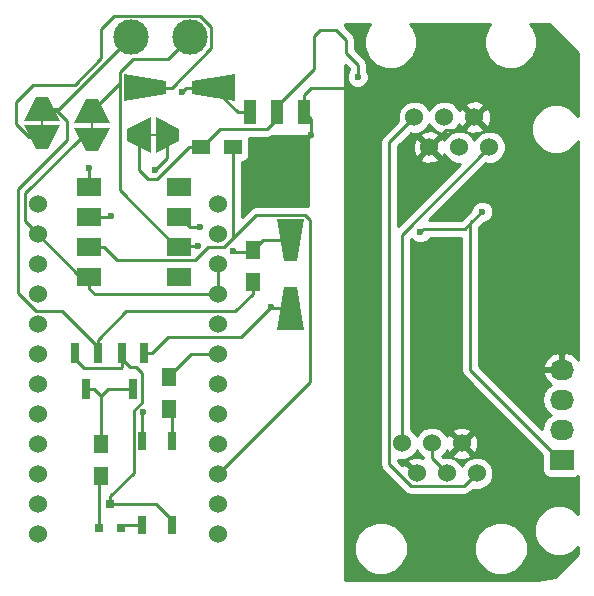
<source format=gbl>
G04 #@! TF.FileFunction,Copper,L2,Bot,Signal*
%FSLAX46Y46*%
G04 Gerber Fmt 4.6, Leading zero omitted, Abs format (unit mm)*
G04 Created by KiCad (PCBNEW (2015-08-02 BZR 6038)-product) date 2015 November 19, Thursday 21:17:08*
%MOMM*%
G01*
G04 APERTURE LIST*
%ADD10C,0.100000*%
%ADD11C,0.150000*%
%ADD12C,1.524000*%
%ADD13C,2.999740*%
%ADD14R,0.800100X0.800100*%
%ADD15R,1.300000X1.500000*%
%ADD16R,1.500000X1.300000*%
%ADD17R,2.032000X1.524000*%
%ADD18R,0.800100X1.800860*%
%ADD19R,2.032000X1.727200*%
%ADD20O,2.032000X1.727200*%
%ADD21R,0.800000X1.600000*%
%ADD22R,3.250000X2.150000*%
%ADD23R,1.000000X2.150000*%
%ADD24C,0.600000*%
%ADD25C,0.250000*%
%ADD26C,0.254000*%
G04 APERTURE END LIST*
D10*
D11*
X182000000Y-85700000D02*
X182000000Y-86350000D01*
X186200000Y-85900000D02*
X186200000Y-86550000D01*
X191700000Y-87000000D02*
X191050000Y-87000000D01*
D12*
X214988000Y-113110000D03*
X212448000Y-113110000D03*
X217528000Y-113110000D03*
X213718000Y-115650000D03*
X216258000Y-115650000D03*
X218798000Y-115650000D03*
X217310000Y-88040000D03*
X219850000Y-88040000D03*
X214770000Y-88040000D03*
X218580000Y-85500000D03*
X216040000Y-85500000D03*
X213500000Y-85500000D03*
D13*
X194500000Y-78750000D03*
X189501280Y-78750000D03*
D14*
X188700000Y-120250760D03*
X186800000Y-120250760D03*
X187750000Y-118251780D03*
D15*
X187000000Y-115850000D03*
X187000000Y-113150000D03*
X199850000Y-96750000D03*
X199850000Y-99450000D03*
X192750000Y-107500000D03*
X192750000Y-110200000D03*
D16*
X195450000Y-88000000D03*
X198150000Y-88000000D03*
D17*
X193610000Y-91390000D03*
X193610000Y-93930000D03*
X193610000Y-96470000D03*
X193610000Y-99010000D03*
X185990000Y-99010000D03*
X185990000Y-96470000D03*
X185990000Y-93930000D03*
X185990000Y-91390000D03*
D12*
X196870000Y-120820000D03*
X196870000Y-118280000D03*
X196870000Y-115740000D03*
X196870000Y-113200000D03*
X196870000Y-110660000D03*
X196870000Y-108120000D03*
X196870000Y-105580000D03*
X196870000Y-103040000D03*
X196870000Y-100500000D03*
X196870000Y-97960000D03*
X196870000Y-95420000D03*
X196870000Y-92880000D03*
X181630000Y-92880000D03*
X181630000Y-95420000D03*
X181630000Y-97960000D03*
X181630000Y-100500000D03*
X181630000Y-103040000D03*
X181630000Y-105580000D03*
X181630000Y-108120000D03*
X181630000Y-110660000D03*
X181630000Y-113200000D03*
X181630000Y-115740000D03*
X181630000Y-118280000D03*
X181630000Y-120820000D03*
D18*
X184800000Y-105498860D03*
X186700000Y-105498860D03*
X185750000Y-108501140D03*
X188750000Y-105500000D03*
X190650000Y-105500000D03*
X189700000Y-108502280D03*
D10*
G36*
X198301540Y-81850650D02*
X198301540Y-84149350D01*
X194699820Y-83549910D01*
X194699820Y-82450090D01*
X198301540Y-81850650D01*
X198301540Y-81850650D01*
G37*
G36*
X188898460Y-84149350D02*
X188898460Y-81850650D01*
X192500180Y-82450090D01*
X192500180Y-83549910D01*
X188898460Y-84149350D01*
X188898460Y-84149350D01*
G37*
G36*
X201850650Y-94098460D02*
X204149350Y-94098460D01*
X203549910Y-97700180D01*
X202450090Y-97700180D01*
X201850650Y-94098460D01*
X201850650Y-94098460D01*
G37*
G36*
X204149350Y-103501540D02*
X201850650Y-103501540D01*
X202450090Y-99899820D01*
X203549910Y-99899820D01*
X204149350Y-103501540D01*
X204149350Y-103501540D01*
G37*
G36*
X180500000Y-86200000D02*
X183500000Y-86200000D01*
X182500000Y-88200000D01*
X181500000Y-88200000D01*
X180500000Y-86200000D01*
X180500000Y-86200000D01*
G37*
G36*
X183500000Y-85800000D02*
X180500000Y-85800000D01*
X181500000Y-83800000D01*
X182500000Y-83800000D01*
X183500000Y-85800000D01*
X183500000Y-85800000D01*
G37*
G36*
X184700000Y-86400000D02*
X187700000Y-86400000D01*
X186700000Y-88400000D01*
X185700000Y-88400000D01*
X184700000Y-86400000D01*
X184700000Y-86400000D01*
G37*
G36*
X187700000Y-86000000D02*
X184700000Y-86000000D01*
X185700000Y-84000000D01*
X186700000Y-84000000D01*
X187700000Y-86000000D01*
X187700000Y-86000000D01*
G37*
G36*
X191200000Y-85500000D02*
X191200000Y-88500000D01*
X189200000Y-87500000D01*
X189200000Y-86500000D01*
X191200000Y-85500000D01*
X191200000Y-85500000D01*
G37*
G36*
X191600000Y-88500000D02*
X191600000Y-85500000D01*
X193600000Y-86500000D01*
X193600000Y-87500000D01*
X191600000Y-88500000D01*
X191600000Y-88500000D01*
G37*
D19*
X226000000Y-114500000D03*
D20*
X226000000Y-111960000D03*
X226000000Y-109420000D03*
X226000000Y-106880000D03*
D21*
X190480000Y-112950000D03*
X193020000Y-112950000D03*
X193020000Y-120050000D03*
X190480000Y-120050000D03*
D22*
X201900000Y-90900000D03*
D23*
X199600000Y-85100000D03*
X201900000Y-85100000D03*
X204200000Y-85100000D03*
D24*
X193850000Y-83350000D03*
X199250000Y-91750000D03*
X199500000Y-92500000D03*
X200500000Y-92750000D03*
X201500000Y-92750000D03*
X202500000Y-92750000D03*
X204250000Y-90750000D03*
X204250000Y-89750000D03*
X204000000Y-89000000D03*
X203000000Y-89000000D03*
X202000000Y-89000000D03*
X201000000Y-89000000D03*
X200000000Y-89000000D03*
X199250000Y-89750000D03*
X199250000Y-90750000D03*
X204800000Y-87000000D03*
X190500000Y-110500000D03*
X214000000Y-95250000D03*
X219250000Y-93500000D03*
X186000000Y-89800000D03*
X208700000Y-82100000D03*
X195200000Y-96400000D03*
X201400000Y-101600000D03*
X195400000Y-94800000D03*
X198150000Y-96800000D03*
X191549588Y-90016500D03*
X187800000Y-93850000D03*
D25*
X199600000Y-85100000D02*
X198600680Y-85100000D01*
X198600680Y-85100000D02*
X196500680Y-83000000D01*
X193850000Y-83350000D02*
X194200000Y-83000000D01*
X194200000Y-83000000D02*
X196500680Y-83000000D01*
X218580000Y-85500000D02*
X216130000Y-83050000D01*
X216130000Y-83050000D02*
X204800000Y-83050000D01*
X204800000Y-83050000D02*
X204200000Y-83650000D01*
X204200000Y-83650000D02*
X204200000Y-85100000D01*
X218580000Y-85500000D02*
X217492999Y-86587001D01*
X200500000Y-92750000D02*
X199750000Y-92750000D01*
X199750000Y-92750000D02*
X199500000Y-92500000D01*
X202500000Y-92750000D02*
X201500000Y-92750000D01*
X204250000Y-89750000D02*
X204250000Y-90750000D01*
X203000000Y-89000000D02*
X204000000Y-89000000D01*
X201000000Y-89000000D02*
X202000000Y-89000000D01*
X199250000Y-89750000D02*
X200000000Y-89000000D01*
X201900000Y-90900000D02*
X199400000Y-90900000D01*
X199400000Y-90900000D02*
X199250000Y-90750000D01*
X201900000Y-90900000D02*
X201900000Y-89900000D01*
X201900000Y-89900000D02*
X204800000Y-87000000D01*
X226000000Y-106880000D02*
X226152400Y-106880000D01*
X185990000Y-99010000D02*
X185990000Y-100022000D01*
X185990000Y-100022000D02*
X186468000Y-100500000D01*
X186468000Y-100500000D02*
X196870000Y-100500000D01*
X204800000Y-87000000D02*
X204800000Y-85700000D01*
X204800000Y-85700000D02*
X204200000Y-85100000D01*
X196870000Y-100500000D02*
X196870000Y-97960000D01*
X181630000Y-95420000D02*
X180542999Y-94332999D01*
X180542999Y-94332999D02*
X180542999Y-91957001D01*
X180542999Y-91957001D02*
X185100000Y-87400000D01*
X185100000Y-87400000D02*
X186200000Y-87400000D01*
X185990000Y-99010000D02*
X185220000Y-99010000D01*
X185220000Y-99010000D02*
X181630000Y-95420000D01*
X190480000Y-112950000D02*
X190480000Y-110520000D01*
X190480000Y-110520000D02*
X190500000Y-110500000D01*
X217492999Y-86587001D02*
X216222999Y-86587001D01*
X216222999Y-86587001D02*
X214770000Y-88040000D01*
X190699320Y-83000000D02*
X192950810Y-83000000D01*
X179750000Y-84250000D02*
X179750000Y-86050000D01*
X192950810Y-83000000D02*
X196324871Y-79625939D01*
X196324871Y-79625939D02*
X196324871Y-77874061D01*
X196324871Y-77874061D02*
X195375939Y-76925129D01*
X179750000Y-86050000D02*
X180900000Y-87200000D01*
X195375939Y-76925129D02*
X188074871Y-76925129D01*
X184750000Y-82750000D02*
X181250000Y-82750000D01*
X188074871Y-76925129D02*
X187000000Y-78000000D01*
X187000000Y-78000000D02*
X187000000Y-80500000D01*
X187000000Y-80500000D02*
X184750000Y-82750000D01*
X181250000Y-82750000D02*
X179750000Y-84250000D01*
X180900000Y-87200000D02*
X182000000Y-87200000D01*
X218250000Y-94500000D02*
X218336166Y-94413834D01*
X218336166Y-94413834D02*
X219250000Y-93500000D01*
X214000000Y-95250000D02*
X214299999Y-94950001D01*
X217799999Y-94950001D02*
X218336166Y-94413834D01*
X214299999Y-94950001D02*
X217799999Y-94950001D01*
X218250000Y-106902400D02*
X218250000Y-94500000D01*
X191000000Y-90750000D02*
X190200000Y-89950000D01*
X190200000Y-89950000D02*
X190200000Y-87000000D01*
X191700000Y-90750000D02*
X191000000Y-90750000D01*
X195450000Y-88000000D02*
X194450000Y-88000000D01*
X194450000Y-88000000D02*
X191700000Y-90750000D01*
X205050000Y-81400000D02*
X205050000Y-78650000D01*
X203400000Y-83050000D02*
X205050000Y-81400000D01*
X203375000Y-83050000D02*
X203400000Y-83050000D01*
X201900000Y-85100000D02*
X201900000Y-84525000D01*
X201900000Y-84525000D02*
X203375000Y-83050000D01*
X195450000Y-88000000D02*
X195550000Y-88000000D01*
X195550000Y-88000000D02*
X197049999Y-86500001D01*
X197049999Y-86500001D02*
X201074999Y-86500001D01*
X201074999Y-86500001D02*
X201900000Y-85675000D01*
X201900000Y-85675000D02*
X201900000Y-85100000D01*
X185990000Y-91390000D02*
X185990000Y-89810000D01*
X185990000Y-89810000D02*
X186000000Y-89800000D01*
X218250000Y-106902400D02*
X225847600Y-114500000D01*
X225847600Y-114500000D02*
X226000000Y-114500000D01*
X205550000Y-78150000D02*
X206900000Y-78150000D01*
X205050000Y-78650000D02*
X205550000Y-78150000D01*
X207700000Y-80050000D02*
X207700000Y-78950000D01*
X206900000Y-78150000D02*
X207700000Y-78950000D01*
X208700000Y-81050000D02*
X207700000Y-80050000D01*
X208700000Y-82100000D02*
X208700000Y-81050000D01*
X218798000Y-115650000D02*
X217710999Y-116737001D01*
X211360999Y-87639001D02*
X213500000Y-85500000D01*
X217710999Y-116737001D02*
X213196239Y-116737001D01*
X213196239Y-116737001D02*
X211360999Y-114901761D01*
X211360999Y-114901761D02*
X211360999Y-87639001D01*
X190650000Y-105500000D02*
X191300050Y-105500000D01*
X191300050Y-105500000D02*
X192673049Y-104127001D01*
X192673049Y-104127001D02*
X198872999Y-104127001D01*
X198872999Y-104127001D02*
X201400000Y-101600000D01*
X195200000Y-96400000D02*
X193680000Y-96400000D01*
X193680000Y-96400000D02*
X193610000Y-96470000D01*
X203000000Y-101700680D02*
X201500680Y-101700680D01*
X201500680Y-101700680D02*
X201400000Y-101600000D01*
X186200000Y-85000000D02*
X188573450Y-82626550D01*
X188573450Y-82626550D02*
X188573450Y-81716024D01*
X193610000Y-96470000D02*
X193356000Y-96470000D01*
X193356000Y-96470000D02*
X188573450Y-91687450D01*
X188573450Y-91687450D02*
X188573450Y-81716024D01*
X188573450Y-81716024D02*
X189714603Y-80574871D01*
X189714603Y-80574871D02*
X192675129Y-80574871D01*
X192675129Y-80574871D02*
X194500000Y-78750000D01*
X212448000Y-113110000D02*
X212448000Y-95442000D01*
X212448000Y-95442000D02*
X219850000Y-88040000D01*
X199850000Y-99450000D02*
X199850000Y-100450000D01*
X199850000Y-100450000D02*
X198347001Y-101952999D01*
X189095431Y-101952999D02*
X186700000Y-104348430D01*
X198347001Y-101952999D02*
X189095431Y-101952999D01*
X179950000Y-91550000D02*
X179950000Y-100428762D01*
X179950000Y-100428762D02*
X181474237Y-101952999D01*
X181474237Y-101952999D02*
X183654519Y-101952999D01*
X183654519Y-101952999D02*
X186700000Y-104998480D01*
X186700000Y-104998480D02*
X186700000Y-105498860D01*
X184100000Y-87400000D02*
X179950000Y-91550000D01*
X184100000Y-85800000D02*
X184100000Y-87400000D01*
X182000000Y-84800000D02*
X183100000Y-84800000D01*
X183100000Y-84800000D02*
X184100000Y-85800000D01*
X186700000Y-105498860D02*
X186700000Y-104348430D01*
X189501280Y-78750000D02*
X183451280Y-84800000D01*
X183451280Y-84800000D02*
X182000000Y-84800000D01*
X190480000Y-120050000D02*
X188900760Y-120050000D01*
X188900760Y-120050000D02*
X188700000Y-120250760D01*
X186800000Y-120250760D02*
X186800000Y-116050000D01*
X186800000Y-116050000D02*
X187000000Y-115850000D01*
X188750000Y-105500000D02*
X188750000Y-106650430D01*
X188750000Y-106650430D02*
X188676139Y-106724291D01*
X188676139Y-106724291D02*
X185525051Y-106724291D01*
X185525051Y-106724291D02*
X184800000Y-105999240D01*
X184800000Y-105999240D02*
X184800000Y-105498860D01*
X187750000Y-118251780D02*
X187750000Y-117601730D01*
X187750000Y-117601730D02*
X189754999Y-115596731D01*
X189754999Y-115596731D02*
X189754999Y-110332763D01*
X189754999Y-110332763D02*
X190425051Y-109662711D01*
X189900430Y-106650430D02*
X189400050Y-106650430D01*
X190425051Y-109662711D02*
X190425051Y-107175051D01*
X190425051Y-107175051D02*
X189900430Y-106650430D01*
X189400050Y-106650430D02*
X188750000Y-106000380D01*
X188750000Y-106000380D02*
X188750000Y-105500000D01*
X193020000Y-120050000D02*
X193020000Y-119650000D01*
X193020000Y-119650000D02*
X191621780Y-118251780D01*
X191621780Y-118251780D02*
X187750000Y-118251780D01*
X189700000Y-108502280D02*
X187598810Y-108502280D01*
X187598810Y-108502280D02*
X187000000Y-109101090D01*
X187000000Y-113150000D02*
X187000000Y-109101090D01*
X187000000Y-109101090D02*
X186400050Y-108501140D01*
X186400050Y-108501140D02*
X185750000Y-108501140D01*
X195400000Y-94800000D02*
X194480000Y-94800000D01*
X194480000Y-94800000D02*
X193610000Y-93930000D01*
X199800000Y-96900000D02*
X198250000Y-96900000D01*
X198250000Y-96900000D02*
X198150000Y-96800000D01*
X203000000Y-95899320D02*
X200700680Y-95899320D01*
X200700680Y-95899320D02*
X199800000Y-96800000D01*
X199800000Y-96800000D02*
X199800000Y-96900000D01*
X193020000Y-112950000D02*
X193020000Y-110470000D01*
X193020000Y-110470000D02*
X192750000Y-110200000D01*
X197391761Y-96507001D02*
X198065601Y-95833161D01*
X204700000Y-107910000D02*
X204700000Y-94189474D01*
X204283976Y-93773450D02*
X200125312Y-93773450D01*
X198065601Y-95833161D02*
X198150000Y-95748762D01*
X204700000Y-94189474D02*
X204283976Y-93773450D01*
X200125312Y-93773450D02*
X198065601Y-95833161D01*
X196870000Y-115740000D02*
X204700000Y-107910000D01*
X196018001Y-96507001D02*
X197391761Y-96507001D01*
X194968001Y-97557001D02*
X196018001Y-96507001D01*
X188343001Y-97557001D02*
X194968001Y-97557001D01*
X187256000Y-96470000D02*
X188343001Y-97557001D01*
X185990000Y-96470000D02*
X187256000Y-96470000D01*
X198150000Y-95748762D02*
X198150000Y-88000000D01*
X192600000Y-88966088D02*
X191549588Y-90016500D01*
X192600000Y-87000000D02*
X192600000Y-88966088D01*
X185990000Y-93930000D02*
X187720000Y-93930000D01*
X187720000Y-93930000D02*
X187800000Y-93850000D01*
X216258000Y-115650000D02*
X214988000Y-114380000D01*
X214988000Y-114380000D02*
X214988000Y-113110000D01*
X196870000Y-105580000D02*
X194570000Y-105580000D01*
X194570000Y-105580000D02*
X192750000Y-107400000D01*
X192750000Y-107400000D02*
X192750000Y-107500000D01*
D26*
G36*
X209553182Y-77868141D02*
X209208393Y-78698486D01*
X209207609Y-79597570D01*
X209550948Y-80428515D01*
X210186141Y-81064818D01*
X211016486Y-81409607D01*
X211915570Y-81410391D01*
X212746515Y-81067052D01*
X213382818Y-80431859D01*
X213727607Y-79601514D01*
X213728391Y-78702430D01*
X213385052Y-77871485D01*
X213140993Y-77627000D01*
X219954744Y-77627000D01*
X219713182Y-77868141D01*
X219368393Y-78698486D01*
X219367609Y-79597570D01*
X219710948Y-80428515D01*
X220346141Y-81064818D01*
X221176486Y-81409607D01*
X222075570Y-81410391D01*
X222906515Y-81067052D01*
X223542818Y-80431859D01*
X223887607Y-79601514D01*
X223888391Y-78702430D01*
X223545052Y-77871485D01*
X223300993Y-77627000D01*
X224947394Y-77627000D01*
X227373000Y-80052606D01*
X227373000Y-85442203D01*
X227311020Y-85292200D01*
X226710959Y-84691091D01*
X225926541Y-84365372D01*
X225077185Y-84364630D01*
X224292200Y-84688980D01*
X223691091Y-85289041D01*
X223365372Y-86073459D01*
X223364630Y-86922815D01*
X223688980Y-87707800D01*
X224289041Y-88308909D01*
X225073459Y-88634628D01*
X225922815Y-88635370D01*
X226707800Y-88311020D01*
X227308909Y-87710959D01*
X227373000Y-87556611D01*
X227373000Y-106024191D01*
X227350732Y-105977964D01*
X226914320Y-105588046D01*
X226361913Y-105394816D01*
X226127000Y-105539076D01*
X226127000Y-106753000D01*
X226147000Y-106753000D01*
X226147000Y-107007000D01*
X226127000Y-107007000D01*
X226127000Y-107027000D01*
X225873000Y-107027000D01*
X225873000Y-107007000D01*
X224513783Y-107007000D01*
X224392642Y-107239026D01*
X224395291Y-107254791D01*
X224649268Y-107782036D01*
X225065069Y-108153539D01*
X224755585Y-108360330D01*
X224430729Y-108846511D01*
X224316655Y-109420000D01*
X224430729Y-109993489D01*
X224755585Y-110479670D01*
X225070366Y-110690000D01*
X224755585Y-110900330D01*
X224430729Y-111386511D01*
X224327563Y-111905161D01*
X219010000Y-106587598D01*
X219010000Y-106520974D01*
X224392642Y-106520974D01*
X224513783Y-106753000D01*
X225873000Y-106753000D01*
X225873000Y-105539076D01*
X225638087Y-105394816D01*
X225085680Y-105588046D01*
X224649268Y-105977964D01*
X224395291Y-106505209D01*
X224392642Y-106520974D01*
X219010000Y-106520974D01*
X219010000Y-94814802D01*
X219389680Y-94435122D01*
X219435167Y-94435162D01*
X219778943Y-94293117D01*
X220042192Y-94030327D01*
X220184838Y-93686799D01*
X220185162Y-93314833D01*
X220043117Y-92971057D01*
X219780327Y-92707808D01*
X219436799Y-92565162D01*
X219064833Y-92564838D01*
X218721057Y-92706883D01*
X218457808Y-92969673D01*
X218315162Y-93313201D01*
X218315121Y-93360077D01*
X217485197Y-94190001D01*
X214774801Y-94190001D01*
X219540619Y-89424183D01*
X219570900Y-89436757D01*
X220126661Y-89437242D01*
X220640303Y-89225010D01*
X221033629Y-88832370D01*
X221246757Y-88319100D01*
X221247242Y-87763339D01*
X221035010Y-87249697D01*
X220642370Y-86856371D01*
X220129100Y-86643243D01*
X219573339Y-86642758D01*
X219059697Y-86854990D01*
X218666371Y-87247630D01*
X218580051Y-87455512D01*
X218495010Y-87249697D01*
X218102370Y-86856371D01*
X217589100Y-86643243D01*
X217033339Y-86642758D01*
X216519697Y-86854990D01*
X216126371Y-87247630D01*
X216046605Y-87439727D01*
X215992397Y-87308857D01*
X215750213Y-87239392D01*
X214949605Y-88040000D01*
X215750213Y-88840608D01*
X215992397Y-88771143D01*
X216042509Y-88630682D01*
X216124990Y-88830303D01*
X216517630Y-89223629D01*
X217030900Y-89436757D01*
X217378138Y-89437060D01*
X212120999Y-94694199D01*
X212120999Y-89020213D01*
X213969392Y-89020213D01*
X214038857Y-89262397D01*
X214562302Y-89449144D01*
X215117368Y-89421362D01*
X215501143Y-89262397D01*
X215570608Y-89020213D01*
X214770000Y-88219605D01*
X213969392Y-89020213D01*
X212120999Y-89020213D01*
X212120999Y-87953803D01*
X212242500Y-87832302D01*
X213360856Y-87832302D01*
X213388638Y-88387368D01*
X213547603Y-88771143D01*
X213789787Y-88840608D01*
X214590395Y-88040000D01*
X213789787Y-87239392D01*
X213547603Y-87308857D01*
X213360856Y-87832302D01*
X212242500Y-87832302D01*
X213015015Y-87059787D01*
X213969392Y-87059787D01*
X214770000Y-87860395D01*
X215570608Y-87059787D01*
X215501143Y-86817603D01*
X214977698Y-86630856D01*
X214422632Y-86658638D01*
X214038857Y-86817603D01*
X213969392Y-87059787D01*
X213015015Y-87059787D01*
X213190619Y-86884183D01*
X213220900Y-86896757D01*
X213776661Y-86897242D01*
X214290303Y-86685010D01*
X214683629Y-86292370D01*
X214769949Y-86084488D01*
X214854990Y-86290303D01*
X215247630Y-86683629D01*
X215760900Y-86896757D01*
X216316661Y-86897242D01*
X216830303Y-86685010D01*
X217035457Y-86480213D01*
X217779392Y-86480213D01*
X217848857Y-86722397D01*
X218372302Y-86909144D01*
X218927368Y-86881362D01*
X219311143Y-86722397D01*
X219380608Y-86480213D01*
X218580000Y-85679605D01*
X217779392Y-86480213D01*
X217035457Y-86480213D01*
X217223629Y-86292370D01*
X217303395Y-86100273D01*
X217357603Y-86231143D01*
X217599787Y-86300608D01*
X218400395Y-85500000D01*
X218759605Y-85500000D01*
X219560213Y-86300608D01*
X219802397Y-86231143D01*
X219989144Y-85707698D01*
X219961362Y-85152632D01*
X219802397Y-84768857D01*
X219560213Y-84699392D01*
X218759605Y-85500000D01*
X218400395Y-85500000D01*
X217599787Y-84699392D01*
X217357603Y-84768857D01*
X217307491Y-84909318D01*
X217225010Y-84709697D01*
X217035432Y-84519787D01*
X217779392Y-84519787D01*
X218580000Y-85320395D01*
X219380608Y-84519787D01*
X219311143Y-84277603D01*
X218787698Y-84090856D01*
X218232632Y-84118638D01*
X217848857Y-84277603D01*
X217779392Y-84519787D01*
X217035432Y-84519787D01*
X216832370Y-84316371D01*
X216319100Y-84103243D01*
X215763339Y-84102758D01*
X215249697Y-84314990D01*
X214856371Y-84707630D01*
X214770051Y-84915512D01*
X214685010Y-84709697D01*
X214292370Y-84316371D01*
X213779100Y-84103243D01*
X213223339Y-84102758D01*
X212709697Y-84314990D01*
X212316371Y-84707630D01*
X212103243Y-85220900D01*
X212102758Y-85776661D01*
X212116143Y-85809055D01*
X210823598Y-87101600D01*
X210658851Y-87348162D01*
X210600999Y-87639001D01*
X210600999Y-114901761D01*
X210658851Y-115192600D01*
X210823598Y-115439162D01*
X212658838Y-117274402D01*
X212905399Y-117439149D01*
X213196239Y-117497001D01*
X217710999Y-117497001D01*
X218001838Y-117439149D01*
X218248400Y-117274402D01*
X218488619Y-117034183D01*
X218518900Y-117046757D01*
X219074661Y-117047242D01*
X219588303Y-116835010D01*
X219981629Y-116442370D01*
X220194757Y-115929100D01*
X220195242Y-115373339D01*
X219983010Y-114859697D01*
X219590370Y-114466371D01*
X219077100Y-114253243D01*
X218521339Y-114252758D01*
X218007697Y-114464990D01*
X217614371Y-114857630D01*
X217528051Y-115065512D01*
X217443010Y-114859697D01*
X217050370Y-114466371D01*
X216537100Y-114253243D01*
X215981339Y-114252758D01*
X215948945Y-114266143D01*
X215878145Y-114195343D01*
X215983458Y-114090213D01*
X216727392Y-114090213D01*
X216796857Y-114332397D01*
X217320302Y-114519144D01*
X217875368Y-114491362D01*
X218259143Y-114332397D01*
X218328608Y-114090213D01*
X217528000Y-113289605D01*
X216727392Y-114090213D01*
X215983458Y-114090213D01*
X216171629Y-113902370D01*
X216251395Y-113710273D01*
X216305603Y-113841143D01*
X216547787Y-113910608D01*
X217348395Y-113110000D01*
X217707605Y-113110000D01*
X218508213Y-113910608D01*
X218750397Y-113841143D01*
X218937144Y-113317698D01*
X218909362Y-112762632D01*
X218750397Y-112378857D01*
X218508213Y-112309392D01*
X217707605Y-113110000D01*
X217348395Y-113110000D01*
X216547787Y-112309392D01*
X216305603Y-112378857D01*
X216255491Y-112519318D01*
X216173010Y-112319697D01*
X215983432Y-112129787D01*
X216727392Y-112129787D01*
X217528000Y-112930395D01*
X218328608Y-112129787D01*
X218259143Y-111887603D01*
X217735698Y-111700856D01*
X217180632Y-111728638D01*
X216796857Y-111887603D01*
X216727392Y-112129787D01*
X215983432Y-112129787D01*
X215780370Y-111926371D01*
X215267100Y-111713243D01*
X214711339Y-111712758D01*
X214197697Y-111924990D01*
X213804371Y-112317630D01*
X213718051Y-112525512D01*
X213633010Y-112319697D01*
X213240370Y-111926371D01*
X213208000Y-111912930D01*
X213208000Y-95780062D01*
X213469673Y-96042192D01*
X213813201Y-96184838D01*
X214185167Y-96185162D01*
X214528943Y-96043117D01*
X214792192Y-95780327D01*
X214821394Y-95710001D01*
X217490000Y-95710001D01*
X217490000Y-106902400D01*
X217547852Y-107193239D01*
X217712599Y-107439801D01*
X224336560Y-114063762D01*
X224336560Y-115363600D01*
X224380838Y-115598917D01*
X224519910Y-115815041D01*
X224732110Y-115960031D01*
X224984000Y-116011040D01*
X227016000Y-116011040D01*
X227251317Y-115966762D01*
X227373000Y-115888461D01*
X227373000Y-119103852D01*
X226960959Y-118691091D01*
X226176541Y-118365372D01*
X225327185Y-118364630D01*
X224542200Y-118688980D01*
X223941091Y-119289041D01*
X223615372Y-120073459D01*
X223614630Y-120922815D01*
X223938980Y-121707800D01*
X224539041Y-122308909D01*
X225323459Y-122634628D01*
X226172815Y-122635370D01*
X226957800Y-122311020D01*
X227373000Y-121896544D01*
X227373000Y-122447394D01*
X225396619Y-124423775D01*
X223932533Y-124715000D01*
X207667466Y-124715000D01*
X207627000Y-124706951D01*
X207627000Y-122447570D01*
X208409609Y-122447570D01*
X208752948Y-123278515D01*
X209388141Y-123914818D01*
X210218486Y-124259607D01*
X211117570Y-124260391D01*
X211948515Y-123917052D01*
X212584818Y-123281859D01*
X212929607Y-122451514D01*
X212929610Y-122447570D01*
X218569609Y-122447570D01*
X218912948Y-123278515D01*
X219548141Y-123914818D01*
X220378486Y-124259607D01*
X221277570Y-124260391D01*
X222108515Y-123917052D01*
X222744818Y-123281859D01*
X223089607Y-122451514D01*
X223090391Y-121552430D01*
X222747052Y-120721485D01*
X222111859Y-120085182D01*
X221281514Y-119740393D01*
X220382430Y-119739609D01*
X219551485Y-120082948D01*
X218915182Y-120718141D01*
X218570393Y-121548486D01*
X218569609Y-122447570D01*
X212929610Y-122447570D01*
X212930391Y-121552430D01*
X212587052Y-120721485D01*
X211951859Y-120085182D01*
X211121514Y-119740393D01*
X210222430Y-119739609D01*
X209391485Y-120082948D01*
X208755182Y-120718141D01*
X208410393Y-121548486D01*
X208409609Y-122447570D01*
X207627000Y-122447570D01*
X207627000Y-81051802D01*
X207940000Y-81364802D01*
X207940000Y-81537537D01*
X207907808Y-81569673D01*
X207765162Y-81913201D01*
X207764838Y-82285167D01*
X207906883Y-82628943D01*
X208169673Y-82892192D01*
X208513201Y-83034838D01*
X208885167Y-83035162D01*
X209228943Y-82893117D01*
X209492192Y-82630327D01*
X209634838Y-82286799D01*
X209635162Y-81914833D01*
X209493117Y-81571057D01*
X209460000Y-81537882D01*
X209460000Y-81050000D01*
X209402148Y-80759161D01*
X209237401Y-80512599D01*
X208460000Y-79735198D01*
X208460000Y-78950000D01*
X208402148Y-78659161D01*
X208237401Y-78412599D01*
X207627000Y-77802198D01*
X207627000Y-77627000D01*
X209794744Y-77627000D01*
X209553182Y-77868141D01*
X209553182Y-77868141D01*
G37*
X209553182Y-77868141D02*
X209208393Y-78698486D01*
X209207609Y-79597570D01*
X209550948Y-80428515D01*
X210186141Y-81064818D01*
X211016486Y-81409607D01*
X211915570Y-81410391D01*
X212746515Y-81067052D01*
X213382818Y-80431859D01*
X213727607Y-79601514D01*
X213728391Y-78702430D01*
X213385052Y-77871485D01*
X213140993Y-77627000D01*
X219954744Y-77627000D01*
X219713182Y-77868141D01*
X219368393Y-78698486D01*
X219367609Y-79597570D01*
X219710948Y-80428515D01*
X220346141Y-81064818D01*
X221176486Y-81409607D01*
X222075570Y-81410391D01*
X222906515Y-81067052D01*
X223542818Y-80431859D01*
X223887607Y-79601514D01*
X223888391Y-78702430D01*
X223545052Y-77871485D01*
X223300993Y-77627000D01*
X224947394Y-77627000D01*
X227373000Y-80052606D01*
X227373000Y-85442203D01*
X227311020Y-85292200D01*
X226710959Y-84691091D01*
X225926541Y-84365372D01*
X225077185Y-84364630D01*
X224292200Y-84688980D01*
X223691091Y-85289041D01*
X223365372Y-86073459D01*
X223364630Y-86922815D01*
X223688980Y-87707800D01*
X224289041Y-88308909D01*
X225073459Y-88634628D01*
X225922815Y-88635370D01*
X226707800Y-88311020D01*
X227308909Y-87710959D01*
X227373000Y-87556611D01*
X227373000Y-106024191D01*
X227350732Y-105977964D01*
X226914320Y-105588046D01*
X226361913Y-105394816D01*
X226127000Y-105539076D01*
X226127000Y-106753000D01*
X226147000Y-106753000D01*
X226147000Y-107007000D01*
X226127000Y-107007000D01*
X226127000Y-107027000D01*
X225873000Y-107027000D01*
X225873000Y-107007000D01*
X224513783Y-107007000D01*
X224392642Y-107239026D01*
X224395291Y-107254791D01*
X224649268Y-107782036D01*
X225065069Y-108153539D01*
X224755585Y-108360330D01*
X224430729Y-108846511D01*
X224316655Y-109420000D01*
X224430729Y-109993489D01*
X224755585Y-110479670D01*
X225070366Y-110690000D01*
X224755585Y-110900330D01*
X224430729Y-111386511D01*
X224327563Y-111905161D01*
X219010000Y-106587598D01*
X219010000Y-106520974D01*
X224392642Y-106520974D01*
X224513783Y-106753000D01*
X225873000Y-106753000D01*
X225873000Y-105539076D01*
X225638087Y-105394816D01*
X225085680Y-105588046D01*
X224649268Y-105977964D01*
X224395291Y-106505209D01*
X224392642Y-106520974D01*
X219010000Y-106520974D01*
X219010000Y-94814802D01*
X219389680Y-94435122D01*
X219435167Y-94435162D01*
X219778943Y-94293117D01*
X220042192Y-94030327D01*
X220184838Y-93686799D01*
X220185162Y-93314833D01*
X220043117Y-92971057D01*
X219780327Y-92707808D01*
X219436799Y-92565162D01*
X219064833Y-92564838D01*
X218721057Y-92706883D01*
X218457808Y-92969673D01*
X218315162Y-93313201D01*
X218315121Y-93360077D01*
X217485197Y-94190001D01*
X214774801Y-94190001D01*
X219540619Y-89424183D01*
X219570900Y-89436757D01*
X220126661Y-89437242D01*
X220640303Y-89225010D01*
X221033629Y-88832370D01*
X221246757Y-88319100D01*
X221247242Y-87763339D01*
X221035010Y-87249697D01*
X220642370Y-86856371D01*
X220129100Y-86643243D01*
X219573339Y-86642758D01*
X219059697Y-86854990D01*
X218666371Y-87247630D01*
X218580051Y-87455512D01*
X218495010Y-87249697D01*
X218102370Y-86856371D01*
X217589100Y-86643243D01*
X217033339Y-86642758D01*
X216519697Y-86854990D01*
X216126371Y-87247630D01*
X216046605Y-87439727D01*
X215992397Y-87308857D01*
X215750213Y-87239392D01*
X214949605Y-88040000D01*
X215750213Y-88840608D01*
X215992397Y-88771143D01*
X216042509Y-88630682D01*
X216124990Y-88830303D01*
X216517630Y-89223629D01*
X217030900Y-89436757D01*
X217378138Y-89437060D01*
X212120999Y-94694199D01*
X212120999Y-89020213D01*
X213969392Y-89020213D01*
X214038857Y-89262397D01*
X214562302Y-89449144D01*
X215117368Y-89421362D01*
X215501143Y-89262397D01*
X215570608Y-89020213D01*
X214770000Y-88219605D01*
X213969392Y-89020213D01*
X212120999Y-89020213D01*
X212120999Y-87953803D01*
X212242500Y-87832302D01*
X213360856Y-87832302D01*
X213388638Y-88387368D01*
X213547603Y-88771143D01*
X213789787Y-88840608D01*
X214590395Y-88040000D01*
X213789787Y-87239392D01*
X213547603Y-87308857D01*
X213360856Y-87832302D01*
X212242500Y-87832302D01*
X213015015Y-87059787D01*
X213969392Y-87059787D01*
X214770000Y-87860395D01*
X215570608Y-87059787D01*
X215501143Y-86817603D01*
X214977698Y-86630856D01*
X214422632Y-86658638D01*
X214038857Y-86817603D01*
X213969392Y-87059787D01*
X213015015Y-87059787D01*
X213190619Y-86884183D01*
X213220900Y-86896757D01*
X213776661Y-86897242D01*
X214290303Y-86685010D01*
X214683629Y-86292370D01*
X214769949Y-86084488D01*
X214854990Y-86290303D01*
X215247630Y-86683629D01*
X215760900Y-86896757D01*
X216316661Y-86897242D01*
X216830303Y-86685010D01*
X217035457Y-86480213D01*
X217779392Y-86480213D01*
X217848857Y-86722397D01*
X218372302Y-86909144D01*
X218927368Y-86881362D01*
X219311143Y-86722397D01*
X219380608Y-86480213D01*
X218580000Y-85679605D01*
X217779392Y-86480213D01*
X217035457Y-86480213D01*
X217223629Y-86292370D01*
X217303395Y-86100273D01*
X217357603Y-86231143D01*
X217599787Y-86300608D01*
X218400395Y-85500000D01*
X218759605Y-85500000D01*
X219560213Y-86300608D01*
X219802397Y-86231143D01*
X219989144Y-85707698D01*
X219961362Y-85152632D01*
X219802397Y-84768857D01*
X219560213Y-84699392D01*
X218759605Y-85500000D01*
X218400395Y-85500000D01*
X217599787Y-84699392D01*
X217357603Y-84768857D01*
X217307491Y-84909318D01*
X217225010Y-84709697D01*
X217035432Y-84519787D01*
X217779392Y-84519787D01*
X218580000Y-85320395D01*
X219380608Y-84519787D01*
X219311143Y-84277603D01*
X218787698Y-84090856D01*
X218232632Y-84118638D01*
X217848857Y-84277603D01*
X217779392Y-84519787D01*
X217035432Y-84519787D01*
X216832370Y-84316371D01*
X216319100Y-84103243D01*
X215763339Y-84102758D01*
X215249697Y-84314990D01*
X214856371Y-84707630D01*
X214770051Y-84915512D01*
X214685010Y-84709697D01*
X214292370Y-84316371D01*
X213779100Y-84103243D01*
X213223339Y-84102758D01*
X212709697Y-84314990D01*
X212316371Y-84707630D01*
X212103243Y-85220900D01*
X212102758Y-85776661D01*
X212116143Y-85809055D01*
X210823598Y-87101600D01*
X210658851Y-87348162D01*
X210600999Y-87639001D01*
X210600999Y-114901761D01*
X210658851Y-115192600D01*
X210823598Y-115439162D01*
X212658838Y-117274402D01*
X212905399Y-117439149D01*
X213196239Y-117497001D01*
X217710999Y-117497001D01*
X218001838Y-117439149D01*
X218248400Y-117274402D01*
X218488619Y-117034183D01*
X218518900Y-117046757D01*
X219074661Y-117047242D01*
X219588303Y-116835010D01*
X219981629Y-116442370D01*
X220194757Y-115929100D01*
X220195242Y-115373339D01*
X219983010Y-114859697D01*
X219590370Y-114466371D01*
X219077100Y-114253243D01*
X218521339Y-114252758D01*
X218007697Y-114464990D01*
X217614371Y-114857630D01*
X217528051Y-115065512D01*
X217443010Y-114859697D01*
X217050370Y-114466371D01*
X216537100Y-114253243D01*
X215981339Y-114252758D01*
X215948945Y-114266143D01*
X215878145Y-114195343D01*
X215983458Y-114090213D01*
X216727392Y-114090213D01*
X216796857Y-114332397D01*
X217320302Y-114519144D01*
X217875368Y-114491362D01*
X218259143Y-114332397D01*
X218328608Y-114090213D01*
X217528000Y-113289605D01*
X216727392Y-114090213D01*
X215983458Y-114090213D01*
X216171629Y-113902370D01*
X216251395Y-113710273D01*
X216305603Y-113841143D01*
X216547787Y-113910608D01*
X217348395Y-113110000D01*
X217707605Y-113110000D01*
X218508213Y-113910608D01*
X218750397Y-113841143D01*
X218937144Y-113317698D01*
X218909362Y-112762632D01*
X218750397Y-112378857D01*
X218508213Y-112309392D01*
X217707605Y-113110000D01*
X217348395Y-113110000D01*
X216547787Y-112309392D01*
X216305603Y-112378857D01*
X216255491Y-112519318D01*
X216173010Y-112319697D01*
X215983432Y-112129787D01*
X216727392Y-112129787D01*
X217528000Y-112930395D01*
X218328608Y-112129787D01*
X218259143Y-111887603D01*
X217735698Y-111700856D01*
X217180632Y-111728638D01*
X216796857Y-111887603D01*
X216727392Y-112129787D01*
X215983432Y-112129787D01*
X215780370Y-111926371D01*
X215267100Y-111713243D01*
X214711339Y-111712758D01*
X214197697Y-111924990D01*
X213804371Y-112317630D01*
X213718051Y-112525512D01*
X213633010Y-112319697D01*
X213240370Y-111926371D01*
X213208000Y-111912930D01*
X213208000Y-95780062D01*
X213469673Y-96042192D01*
X213813201Y-96184838D01*
X214185167Y-96185162D01*
X214528943Y-96043117D01*
X214792192Y-95780327D01*
X214821394Y-95710001D01*
X217490000Y-95710001D01*
X217490000Y-106902400D01*
X217547852Y-107193239D01*
X217712599Y-107439801D01*
X224336560Y-114063762D01*
X224336560Y-115363600D01*
X224380838Y-115598917D01*
X224519910Y-115815041D01*
X224732110Y-115960031D01*
X224984000Y-116011040D01*
X227016000Y-116011040D01*
X227251317Y-115966762D01*
X227373000Y-115888461D01*
X227373000Y-119103852D01*
X226960959Y-118691091D01*
X226176541Y-118365372D01*
X225327185Y-118364630D01*
X224542200Y-118688980D01*
X223941091Y-119289041D01*
X223615372Y-120073459D01*
X223614630Y-120922815D01*
X223938980Y-121707800D01*
X224539041Y-122308909D01*
X225323459Y-122634628D01*
X226172815Y-122635370D01*
X226957800Y-122311020D01*
X227373000Y-121896544D01*
X227373000Y-122447394D01*
X225396619Y-124423775D01*
X223932533Y-124715000D01*
X207667466Y-124715000D01*
X207627000Y-124706951D01*
X207627000Y-122447570D01*
X208409609Y-122447570D01*
X208752948Y-123278515D01*
X209388141Y-123914818D01*
X210218486Y-124259607D01*
X211117570Y-124260391D01*
X211948515Y-123917052D01*
X212584818Y-123281859D01*
X212929607Y-122451514D01*
X212929610Y-122447570D01*
X218569609Y-122447570D01*
X218912948Y-123278515D01*
X219548141Y-123914818D01*
X220378486Y-124259607D01*
X221277570Y-124260391D01*
X222108515Y-123917052D01*
X222744818Y-123281859D01*
X223089607Y-122451514D01*
X223090391Y-121552430D01*
X222747052Y-120721485D01*
X222111859Y-120085182D01*
X221281514Y-119740393D01*
X220382430Y-119739609D01*
X219551485Y-120082948D01*
X218915182Y-120718141D01*
X218570393Y-121548486D01*
X218569609Y-122447570D01*
X212929610Y-122447570D01*
X212930391Y-121552430D01*
X212587052Y-120721485D01*
X211951859Y-120085182D01*
X211121514Y-119740393D01*
X210222430Y-119739609D01*
X209391485Y-120082948D01*
X208755182Y-120718141D01*
X208410393Y-121548486D01*
X208409609Y-122447570D01*
X207627000Y-122447570D01*
X207627000Y-81051802D01*
X207940000Y-81364802D01*
X207940000Y-81537537D01*
X207907808Y-81569673D01*
X207765162Y-81913201D01*
X207764838Y-82285167D01*
X207906883Y-82628943D01*
X208169673Y-82892192D01*
X208513201Y-83034838D01*
X208885167Y-83035162D01*
X209228943Y-82893117D01*
X209492192Y-82630327D01*
X209634838Y-82286799D01*
X209635162Y-81914833D01*
X209493117Y-81571057D01*
X209460000Y-81537882D01*
X209460000Y-81050000D01*
X209402148Y-80759161D01*
X209237401Y-80512599D01*
X208460000Y-79735198D01*
X208460000Y-78950000D01*
X208402148Y-78659161D01*
X208237401Y-78412599D01*
X207627000Y-77802198D01*
X207627000Y-77627000D01*
X209794744Y-77627000D01*
X209553182Y-77868141D01*
G36*
X213802990Y-113900303D02*
X214195630Y-114293629D01*
X214228000Y-114307070D01*
X214228000Y-114348707D01*
X213925698Y-114240856D01*
X213370632Y-114268638D01*
X212986857Y-114427603D01*
X212917392Y-114669787D01*
X213718000Y-115470395D01*
X213732143Y-115456253D01*
X213911748Y-115635858D01*
X213897605Y-115650000D01*
X213911748Y-115664143D01*
X213732143Y-115843748D01*
X213718000Y-115829605D01*
X213703858Y-115843748D01*
X213524253Y-115664143D01*
X213538395Y-115650000D01*
X212737787Y-114849392D01*
X212495603Y-114918857D01*
X212484373Y-114950333D01*
X212120999Y-114586959D01*
X212120999Y-114486867D01*
X212168900Y-114506757D01*
X212724661Y-114507242D01*
X213238303Y-114295010D01*
X213631629Y-113902370D01*
X213717949Y-113694488D01*
X213802990Y-113900303D01*
X213802990Y-113900303D01*
G37*
X213802990Y-113900303D02*
X214195630Y-114293629D01*
X214228000Y-114307070D01*
X214228000Y-114348707D01*
X213925698Y-114240856D01*
X213370632Y-114268638D01*
X212986857Y-114427603D01*
X212917392Y-114669787D01*
X213718000Y-115470395D01*
X213732143Y-115456253D01*
X213911748Y-115635858D01*
X213897605Y-115650000D01*
X213911748Y-115664143D01*
X213732143Y-115843748D01*
X213718000Y-115829605D01*
X213703858Y-115843748D01*
X213524253Y-115664143D01*
X213538395Y-115650000D01*
X212737787Y-114849392D01*
X212495603Y-114918857D01*
X212484373Y-114950333D01*
X212120999Y-114586959D01*
X212120999Y-114486867D01*
X212168900Y-114506757D01*
X212724661Y-114507242D01*
X213238303Y-114295010D01*
X213631629Y-113902370D01*
X213717949Y-113694488D01*
X213802990Y-113900303D01*
G36*
X204515000Y-93059404D02*
X204283976Y-93013450D01*
X200125312Y-93013450D01*
X199834472Y-93071302D01*
X199587911Y-93236049D01*
X198910000Y-93913960D01*
X198910000Y-89295558D01*
X199135317Y-89253162D01*
X199351441Y-89114090D01*
X199496431Y-88901890D01*
X199547440Y-88650000D01*
X199547440Y-87350000D01*
X199530506Y-87260001D01*
X201074999Y-87260001D01*
X201365838Y-87202149D01*
X201478307Y-87127000D01*
X204515000Y-87127000D01*
X204515000Y-93059404D01*
X204515000Y-93059404D01*
G37*
X204515000Y-93059404D02*
X204283976Y-93013450D01*
X200125312Y-93013450D01*
X199834472Y-93071302D01*
X199587911Y-93236049D01*
X198910000Y-93913960D01*
X198910000Y-89295558D01*
X199135317Y-89253162D01*
X199351441Y-89114090D01*
X199496431Y-88901890D01*
X199547440Y-88650000D01*
X199547440Y-87350000D01*
X199530506Y-87260001D01*
X201074999Y-87260001D01*
X201365838Y-87202149D01*
X201478307Y-87127000D01*
X204515000Y-87127000D01*
X204515000Y-93059404D01*
M02*

</source>
